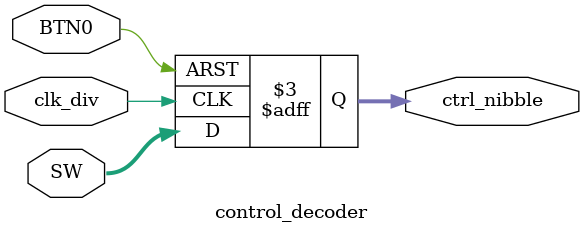
<source format=v>
module control_decoder(
    input clk_div,
    input BTN0,
    input [3:0] SW,
    output reg [3:0] ctrl_nibble
);
    always @(posedge clk_div or negedge BTN0) begin
        if (!BTN0) ctrl_nibble <= 4'd0;
        else ctrl_nibble <= SW;
    end
endmodule
</source>
